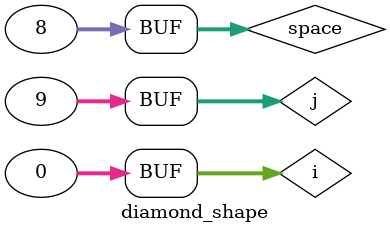
<source format=v>
module diamond_shape #(parameter max=9);
    integer i,j;
    integer space=max-1;
    initial begin
        for (i=1;i<=max;i=i+1) begin
          for(j=0;j<(max+i)-1;j=j+1) begin
                if (j<space) begin
                    $write(" ");
                end
                else $write("%0d",i);
            end
            $display("");
            space=space-1;
        end
      	space=1;
      for (i=max-1;i>0;i=i-1) begin
        for(j=0;j<(max+i)-1;j=j+1) begin
            if (j<space) begin
              $write(" ");
            end
            else $write("%0d",i);
          end
          $display("");
          space=space+1;
        end
    end
endmodule

</source>
